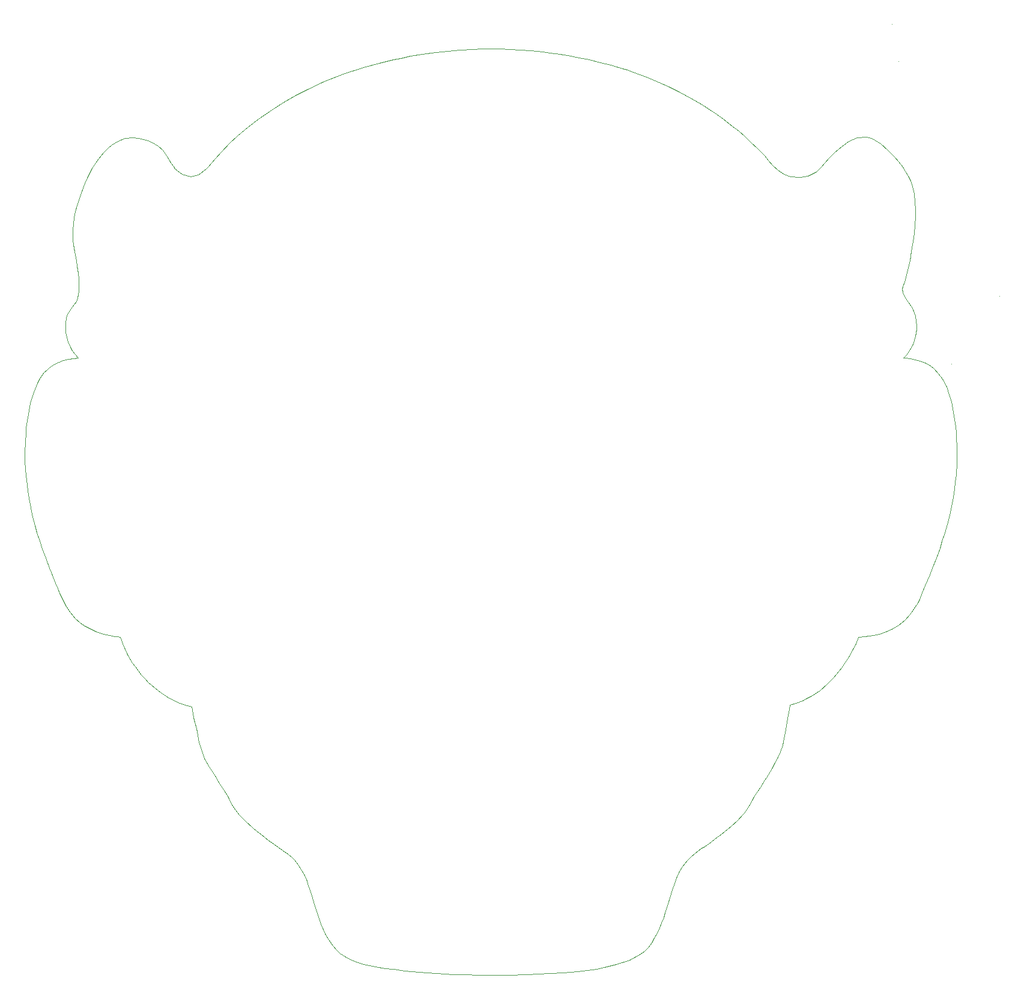
<source format=gm1>
G04 #@! TF.FileFunction,Profile,NP*
%FSLAX46Y46*%
G04 Gerber Fmt 4.6, Leading zero omitted, Abs format (unit mm)*
G04 Created by KiCad (PCBNEW 4.0.4-stable) date 05/15/17 11:58:30*
%MOMM*%
%LPD*%
G01*
G04 APERTURE LIST*
%ADD10C,0.100000*%
G04 APERTURE END LIST*
D10*
X30559502Y-108732331D02*
X30959957Y-108759638D01*
X30218087Y-108695094D02*
X30559502Y-108732331D01*
X29468419Y-108573146D02*
X30218087Y-108695094D01*
X28640741Y-108375135D02*
X29468419Y-108573146D01*
X27594678Y-108021473D02*
X28640741Y-108375135D01*
X26761250Y-107643009D02*
X27594678Y-108021473D01*
X25911712Y-107147402D02*
X26761250Y-107643009D01*
X25328161Y-106725951D02*
X25911712Y-107147402D01*
X24668995Y-106146171D02*
X25328161Y-106725951D01*
X23948318Y-105338112D02*
X24668995Y-106146171D01*
X23383675Y-104512339D02*
X23948318Y-105338112D01*
X22838728Y-103437829D02*
X23383675Y-104512339D01*
X22483223Y-102602931D02*
X22838728Y-103437829D01*
X22214712Y-101971852D02*
X22483223Y-102602931D01*
X21885745Y-101192728D02*
X22214712Y-101971852D01*
X21514916Y-100300179D02*
X21885745Y-101192728D01*
X21255964Y-99664071D02*
X21514916Y-100300179D01*
X21006468Y-99038364D02*
X21255964Y-99664071D01*
X20466729Y-97628884D02*
X21006468Y-99038364D01*
X19994533Y-96311881D02*
X20466729Y-97628884D01*
X19628706Y-95217718D02*
X19994533Y-96311881D01*
X19274027Y-94073888D02*
X19628706Y-95217718D01*
X18990698Y-93081933D02*
X19274027Y-94073888D01*
X18681246Y-91889263D02*
X18990698Y-93081933D01*
X18120341Y-89230137D02*
X18681246Y-91889263D01*
X17938426Y-88101801D02*
X18120341Y-89230137D01*
X17626908Y-85142094D02*
X17938426Y-88101801D01*
X17570045Y-83918141D02*
X17626908Y-85142094D01*
X17555825Y-82771673D02*
X17570045Y-83918141D01*
X17592761Y-81319556D02*
X17555825Y-82771673D01*
X17679353Y-80010456D02*
X17592761Y-81319556D01*
X17741105Y-79351678D02*
X17679353Y-80010456D01*
X17869266Y-78261865D02*
X17741105Y-79351678D01*
X18004518Y-77357608D02*
X17869266Y-78261865D01*
X18314264Y-75808017D02*
X18004518Y-77357608D01*
X18518694Y-75026800D02*
X18314264Y-75808017D01*
X18769418Y-74236173D02*
X18518694Y-75026800D01*
X19280968Y-73005402D02*
X18769418Y-74236173D01*
X19661544Y-72315839D02*
X19280968Y-73005402D01*
X20282504Y-71465514D02*
X19661544Y-72315839D01*
X20642901Y-71086895D02*
X20282504Y-71465514D01*
X21016237Y-70762471D02*
X20642901Y-71086895D01*
X21745093Y-70282849D02*
X21016237Y-70762471D01*
X22386867Y-69986343D02*
X21745093Y-70282849D01*
X22924711Y-69803544D02*
X22386867Y-69986343D01*
X23736822Y-69606512D02*
X22924711Y-69803544D01*
X25093547Y-69385954D02*
X23736822Y-69606512D01*
X24677284Y-68957891D02*
X25093547Y-69385954D01*
X24254237Y-68383221D02*
X24677284Y-68957891D01*
X23990712Y-67930012D02*
X24254237Y-68383221D01*
X23659739Y-67180809D02*
X23990712Y-67930012D01*
X23463502Y-66540489D02*
X23659739Y-67180809D01*
X23324627Y-65818626D02*
X23463502Y-66540489D01*
X23259103Y-64838079D02*
X23324627Y-65818626D01*
X23265437Y-64540631D02*
X23259103Y-64838079D01*
X23359496Y-63776060D02*
X23265437Y-64540631D01*
X23545372Y-63214160D02*
X23359496Y-63776060D01*
X23864108Y-62699510D02*
X23545372Y-63214160D01*
X24231933Y-62271063D02*
X23864108Y-62699510D01*
X24523194Y-61911119D02*
X24231933Y-62271063D01*
X24787701Y-61464627D02*
X24523194Y-61911119D01*
X24978719Y-60949320D02*
X24787701Y-61464627D01*
X25082459Y-60476429D02*
X24978719Y-60949320D01*
X25135214Y-60065208D02*
X25082459Y-60476429D01*
X25169992Y-59372957D02*
X25135214Y-60065208D01*
X25168000Y-58904896D02*
X25169992Y-59372957D01*
X25139262Y-58236963D02*
X25168000Y-58904896D01*
X25075986Y-57524236D02*
X25139262Y-58236963D01*
X24935871Y-56514120D02*
X25075986Y-57524236D01*
X24787605Y-55671919D02*
X24935871Y-56514120D01*
X24557323Y-54417914D02*
X24787605Y-55671919D01*
X24403816Y-53382331D02*
X24557323Y-54417914D01*
X24339819Y-52716947D02*
X24403816Y-53382331D01*
X24309768Y-52064045D02*
X24339819Y-52716947D01*
X24316549Y-51356258D02*
X24309768Y-52064045D01*
X24376358Y-50532056D02*
X24316549Y-51356258D01*
X24500112Y-49646035D02*
X24376358Y-50532056D01*
X24677102Y-48773827D02*
X24500112Y-49646035D01*
X24890335Y-47946518D02*
X24677102Y-48773827D01*
X25140569Y-47126117D02*
X24890335Y-47946518D01*
X25405429Y-46359599D02*
X25140569Y-47126117D01*
X25838790Y-45241999D02*
X25405429Y-46359599D01*
X26042369Y-44759055D02*
X25838790Y-45241999D01*
X26379727Y-44012756D02*
X26042369Y-44759055D01*
X27062330Y-42689951D02*
X26379727Y-44012756D01*
X27511257Y-41942669D02*
X27062330Y-42689951D01*
X27946688Y-41301462D02*
X27511257Y-41942669D01*
X28591660Y-40489371D02*
X27946688Y-41301462D01*
X29264976Y-39800397D02*
X28591660Y-40489371D01*
X29803424Y-39355388D02*
X29264976Y-39800397D01*
X30663802Y-38821652D02*
X29803424Y-39355388D01*
X31646427Y-38453672D02*
X30663802Y-38821652D01*
X32717628Y-38316296D02*
X31646427Y-38453672D01*
X33638986Y-38398542D02*
X32717628Y-38316296D01*
X34896360Y-38783236D02*
X33638986Y-38398542D01*
X35458016Y-39035492D02*
X34896360Y-38783236D01*
X36372118Y-39560437D02*
X35458016Y-39035492D01*
X37001199Y-40137133D02*
X36372118Y-39560437D01*
X37488809Y-40871244D02*
X37001199Y-40137133D01*
X37925428Y-41595464D02*
X37488809Y-40871244D01*
X38144874Y-41917069D02*
X37925428Y-41595464D01*
X38500421Y-42456435D02*
X38144874Y-41917069D01*
X38741481Y-42794881D02*
X38500421Y-42456435D01*
X39731414Y-43559207D02*
X38741481Y-42794881D01*
X40934682Y-43820808D02*
X39731414Y-43559207D01*
X41997103Y-43606086D02*
X40934682Y-43820808D01*
X43094761Y-42774333D02*
X41997103Y-43606086D01*
X43349088Y-42461103D02*
X43094761Y-42774333D01*
X44351195Y-41293672D02*
X43349088Y-42461103D01*
X45210764Y-40365893D02*
X44351195Y-41293672D01*
X46425061Y-39152653D02*
X45210764Y-40365893D01*
X47530031Y-38134230D02*
X46425061Y-39152653D01*
X49041562Y-36854938D02*
X47530031Y-38134230D01*
X50451826Y-35765233D02*
X49041562Y-36854938D01*
X52371728Y-34422313D02*
X50451826Y-35765233D01*
X54032463Y-33376371D02*
X52371728Y-34422313D01*
X55803361Y-32366368D02*
X54032463Y-33376371D01*
X57182990Y-31648161D02*
X55803361Y-32366368D01*
X59639992Y-30504186D02*
X57182990Y-31648161D01*
X62406787Y-29402918D02*
X59639992Y-30504186D01*
X65251462Y-28455068D02*
X62406787Y-29402918D01*
X67480276Y-27830738D02*
X65251462Y-28455068D01*
X67866881Y-27732365D02*
X67480276Y-27830738D01*
X69496636Y-27348443D02*
X67866881Y-27732365D01*
X70497705Y-27136516D02*
X69496636Y-27348443D01*
X71867494Y-26874819D02*
X70497705Y-27136516D01*
X73548447Y-26596618D02*
X71867494Y-26874819D01*
X75446797Y-26336764D02*
X73548447Y-26596618D01*
X77240700Y-26141682D02*
X75446797Y-26336764D01*
X78864738Y-26005492D02*
X77240700Y-26141682D01*
X80812770Y-25890626D02*
X78864738Y-26005492D01*
X81865385Y-25849782D02*
X80812770Y-25890626D01*
X82916122Y-25823409D02*
X81865385Y-25849782D01*
X83256207Y-25817899D02*
X82916122Y-25823409D01*
X84714238Y-25851956D02*
X83256207Y-25817899D01*
X85861442Y-25898208D02*
X84714238Y-25851956D01*
X87481600Y-25993669D02*
X85861442Y-25898208D01*
X88786137Y-26097016D02*
X87481600Y-25993669D01*
X90569844Y-26278051D02*
X88786137Y-26097016D01*
X91572971Y-26400730D02*
X90569844Y-26278051D01*
X92411315Y-26515148D02*
X91572971Y-26400730D01*
X94059147Y-26772605D02*
X92411315Y-26515148D01*
X95707346Y-27074992D02*
X94059147Y-26772605D01*
X97138904Y-27375751D02*
X95707346Y-27074992D01*
X98649329Y-27733324D02*
X97138904Y-27375751D01*
X100156713Y-28133365D02*
X98649329Y-27733324D01*
X101824002Y-28628792D02*
X100156713Y-28133365D01*
X102435366Y-28825018D02*
X101824002Y-28628792D01*
X103305269Y-29118221D02*
X102435366Y-28825018D01*
X105155915Y-29799049D02*
X103305269Y-29118221D01*
X106938008Y-30532618D02*
X105155915Y-29799049D01*
X108260157Y-31129903D02*
X106938008Y-30532618D01*
X109663941Y-31817070D02*
X108260157Y-31129903D01*
X111654604Y-32892799D02*
X109663941Y-31817070D01*
X112870845Y-33613588D02*
X111654604Y-32892799D01*
X114526475Y-34680117D02*
X112870845Y-33613588D01*
X115036157Y-35029762D02*
X114526475Y-34680117D01*
X116023715Y-35737992D02*
X115036157Y-35029762D01*
X117296436Y-36715033D02*
X116023715Y-35737992D01*
X118190557Y-37448752D02*
X117296436Y-36715033D01*
X119059305Y-38202747D02*
X118190557Y-37448752D01*
X119915746Y-38989477D02*
X119059305Y-38202747D01*
X120833827Y-39885884D02*
X119915746Y-38989477D01*
X121833937Y-40933087D02*
X120833827Y-39885884D01*
X122385409Y-41546313D02*
X121833937Y-40933087D01*
X122985270Y-42246192D02*
X122385409Y-41546313D01*
X123691688Y-42931525D02*
X122985270Y-42246192D01*
X124584027Y-43488182D02*
X123691688Y-42931525D01*
X125498743Y-43823050D02*
X124584027Y-43488182D01*
X126828360Y-43971547D02*
X125498743Y-43823050D01*
X127978125Y-43776718D02*
X126828360Y-43971547D01*
X129087986Y-43215612D02*
X127978125Y-43776718D01*
X129858979Y-42458506D02*
X129087986Y-43215612D01*
X130226241Y-41997244D02*
X129858979Y-42458506D01*
X131002993Y-41122589D02*
X130226241Y-41997244D01*
X131755040Y-40381064D02*
X131002993Y-41122589D01*
X132654846Y-39615752D02*
X131755040Y-40381064D01*
X133712178Y-38891075D02*
X132654846Y-39615752D01*
X134894308Y-38348606D02*
X133712178Y-38891075D01*
X136134763Y-38229062D02*
X134894308Y-38348606D01*
X136889581Y-38454821D02*
X136134763Y-38229062D01*
X138172575Y-39200051D02*
X136889581Y-38454821D01*
X139243250Y-40108805D02*
X138172575Y-39200051D01*
X140163614Y-41078955D02*
X139243250Y-40108805D01*
X140737518Y-41774943D02*
X140163614Y-41078955D01*
X141302093Y-42537763D02*
X140737518Y-41774943D01*
X141680170Y-43102282D02*
X141302093Y-42537763D01*
X142106864Y-43813243D02*
X141680170Y-43102282D01*
X142448124Y-44481672D02*
X142106864Y-43813243D01*
X142710643Y-45197437D02*
X142448124Y-44481672D01*
X142918652Y-46298408D02*
X142710643Y-45197437D01*
X143035189Y-47421611D02*
X142918652Y-46298408D01*
X143077579Y-48470954D02*
X143035189Y-47421611D01*
X143072058Y-49389256D02*
X143077579Y-48470954D01*
X142990404Y-50917228D02*
X143072058Y-49389256D01*
X142830322Y-52468738D02*
X142990404Y-50917228D01*
X142696760Y-53435213D02*
X142830322Y-52468738D01*
X142541149Y-54392793D02*
X142696760Y-53435213D01*
X142295682Y-55688469D02*
X142541149Y-54392793D01*
X142085129Y-56662245D02*
X142295682Y-55688469D01*
X141904123Y-57423794D02*
X142085129Y-56662245D01*
X141565078Y-58687896D02*
X141904123Y-57423794D01*
X141342395Y-59372957D02*
X141565078Y-58687896D01*
X141262822Y-59690952D02*
X141342395Y-59372957D01*
X141328472Y-60228616D02*
X141262822Y-59690952D01*
X141611998Y-60803364D02*
X141328472Y-60228616D01*
X141919331Y-61266248D02*
X141611998Y-60803364D01*
X142642277Y-62407239D02*
X141919331Y-61266248D01*
X143075743Y-63486334D02*
X142642277Y-62407239D01*
X143253284Y-64838079D02*
X143075743Y-63486334D01*
X143232207Y-65399282D02*
X143253284Y-64838079D01*
X143086041Y-66384009D02*
X143232207Y-65399282D01*
X142721014Y-67511841D02*
X143086041Y-66384009D01*
X142361244Y-68216703D02*
X142721014Y-67511841D01*
X141978032Y-68780814D02*
X142361244Y-68216703D01*
X141832021Y-68961538D02*
X141978032Y-68780814D01*
X141418839Y-69385954D02*
X141832021Y-68961538D01*
X141768322Y-69437536D02*
X141418839Y-69385954D01*
X142456618Y-69547016D02*
X141768322Y-69437536D01*
X143656544Y-69824213D02*
X142456618Y-69547016D01*
X144437609Y-70118284D02*
X143656544Y-69824213D01*
X145228134Y-70565017D02*
X144437609Y-70118284D01*
X145742321Y-70969328D02*
X145228134Y-70565017D01*
X146345528Y-71602997D02*
X145742321Y-70969328D01*
X146912141Y-72416765D02*
X146345528Y-71602997D01*
X147464052Y-73513275D02*
X146912141Y-72416765D01*
X147851336Y-74558800D02*
X147464052Y-73513275D01*
X148146635Y-75597084D02*
X147851336Y-74558800D01*
X148359980Y-76548054D02*
X148146635Y-75597084D01*
X148630209Y-78166490D02*
X148359980Y-76548054D01*
X148740925Y-79065152D02*
X148630209Y-78166490D01*
X148833062Y-80010456D02*
X148740925Y-79065152D01*
X148889228Y-80765816D02*
X148833062Y-80010456D01*
X148938637Y-81797620D02*
X148889228Y-80765816D01*
X148956667Y-83039368D02*
X148938637Y-81797620D01*
X148928415Y-84319807D02*
X148956667Y-83039368D01*
X148832051Y-85863595D02*
X148928415Y-84319807D01*
X148723383Y-86955930D02*
X148832051Y-85863595D01*
X148601818Y-87907607D02*
X148723383Y-86955930D01*
X148418732Y-89077067D02*
X148601818Y-87907607D01*
X148273103Y-89873732D02*
X148418732Y-89077067D01*
X147990514Y-91215054D02*
X148273103Y-89873732D01*
X147732868Y-92282872D02*
X147990514Y-91215054D01*
X147240705Y-94066018D02*
X147732868Y-92282872D01*
X146860337Y-95289899D02*
X147240705Y-94066018D01*
X146538316Y-96252608D02*
X146860337Y-95289899D01*
X146043389Y-97635026D02*
X146538316Y-96252608D01*
X145487019Y-99086293D02*
X146043389Y-97635026D01*
X145136864Y-99959325D02*
X145487019Y-99086293D01*
X144476742Y-101548927D02*
X145136864Y-99959325D01*
X144060924Y-102528452D02*
X144476742Y-101548927D01*
X143673687Y-103437829D02*
X144060924Y-102528452D01*
X143440516Y-103944019D02*
X143673687Y-103437829D01*
X142357039Y-105603061D02*
X143440516Y-103944019D01*
X141599118Y-106389318D02*
X142357039Y-105603061D01*
X140696147Y-107098174D02*
X141599118Y-106389318D01*
X139907636Y-107574174D02*
X140696147Y-107098174D01*
X138962630Y-108012930D02*
X139907636Y-107574174D01*
X138030400Y-108333302D02*
X138962630Y-108012930D01*
X137169761Y-108545810D02*
X138030400Y-108333302D01*
X136553934Y-108653648D02*
X137169761Y-108545810D01*
X135902883Y-108728901D02*
X136553934Y-108653648D01*
X135064679Y-108759638D02*
X135902883Y-108728901D01*
X134696338Y-109710133D02*
X135064679Y-108759638D01*
X134331530Y-110495279D02*
X134696338Y-109710133D01*
X133736118Y-111585699D02*
X134331530Y-110495279D01*
X132705097Y-113128736D02*
X133736118Y-111585699D01*
X131569546Y-114495361D02*
X132705097Y-113128736D01*
X130691899Y-115374706D02*
X131569546Y-114495361D01*
X129604774Y-116289516D02*
X130691899Y-115374706D01*
X128468912Y-117067133D02*
X129604774Y-116289516D01*
X127754579Y-117472426D02*
X128468912Y-117067133D01*
X127173627Y-117757687D02*
X127754579Y-117472426D01*
X126235376Y-118138876D02*
X127173627Y-117757687D01*
X125433846Y-118390472D02*
X126235376Y-118138876D01*
X125339052Y-118948319D02*
X125433846Y-118390472D01*
X125178728Y-119815168D02*
X125339052Y-118948319D01*
X124703800Y-122284095D02*
X125178728Y-119815168D01*
X124465741Y-123498655D02*
X124703800Y-122284095D01*
X124353015Y-124067893D02*
X124465741Y-123498655D01*
X124046019Y-124974505D02*
X124353015Y-124067893D01*
X123710191Y-125736485D02*
X124046019Y-124974505D01*
X123238843Y-126657146D02*
X123710191Y-125736485D01*
X122844169Y-127354611D02*
X123238843Y-126657146D01*
X122067128Y-128605230D02*
X122844169Y-127354611D01*
X121839870Y-128943893D02*
X122067128Y-128605230D01*
X121221716Y-129938785D02*
X121839870Y-128943893D01*
X120832617Y-130565023D02*
X121221716Y-129938785D01*
X120339665Y-131358408D02*
X120832617Y-130565023D01*
X120139714Y-131680222D02*
X120339665Y-131358408D01*
X119682854Y-132607681D02*
X120139714Y-131680222D01*
X118942952Y-133590271D02*
X119682854Y-132607681D01*
X118735637Y-133836342D02*
X118942952Y-133590271D01*
X118016414Y-134629650D02*
X118735637Y-133836342D01*
X117064513Y-135489789D02*
X118016414Y-134629650D01*
X115717069Y-136589375D02*
X117064513Y-135489789D01*
X114857811Y-137252137D02*
X115717069Y-136589375D01*
X114283332Y-137683232D02*
X114857811Y-137252137D01*
X113369777Y-138350026D02*
X114283332Y-137683232D01*
X112909199Y-138613031D02*
X113369777Y-138350026D01*
X111987461Y-139264843D02*
X112909199Y-138613031D01*
X111420975Y-139766204D02*
X111987461Y-139264843D01*
X110888535Y-140326765D02*
X111420975Y-139766204D01*
X110282311Y-141104549D02*
X110888535Y-140326765D01*
X109853332Y-141784219D02*
X110282311Y-141104549D01*
X109395308Y-142740731D02*
X109853332Y-141784219D01*
X109107594Y-143522997D02*
X109395308Y-142740731D01*
X108793169Y-144443040D02*
X109107594Y-143522997D01*
X108449852Y-145500689D02*
X108793169Y-144443040D01*
X108183921Y-146349535D02*
X108449852Y-145500689D01*
X107788412Y-147656003D02*
X108183921Y-146349535D01*
X107600542Y-148352255D02*
X107788412Y-147656003D01*
X107320643Y-149125701D02*
X107600542Y-148352255D01*
X107056652Y-149741899D02*
X107320643Y-149125701D01*
X106673829Y-150533748D02*
X107056652Y-149741899D01*
X106291572Y-151247082D02*
X106673829Y-150533748D01*
X105914894Y-151889752D02*
X106291572Y-151247082D01*
X105407871Y-152593382D02*
X105914894Y-151889752D01*
X104908049Y-153072627D02*
X105407871Y-152593382D01*
X104285951Y-153531099D02*
X104908049Y-153072627D01*
X102776532Y-154321912D02*
X104285951Y-153531099D01*
X100971610Y-154954806D02*
X102776532Y-154321912D01*
X99278654Y-155369060D02*
X100971610Y-154954806D01*
X98105820Y-155581177D02*
X99278654Y-155369060D01*
X96843960Y-155743877D02*
X98105820Y-155581177D01*
X95433206Y-155920223D02*
X96843960Y-155743877D01*
X93501756Y-156100042D02*
X95433206Y-155920223D01*
X91417820Y-156238298D02*
X93501756Y-156100042D01*
X90005560Y-156307279D02*
X91417820Y-156238298D01*
X88171332Y-156372979D02*
X90005560Y-156307279D01*
X85802957Y-156424461D02*
X88171332Y-156372979D01*
X84521843Y-156438639D02*
X85802957Y-156424461D01*
X83069632Y-156444020D02*
X84521843Y-156438639D01*
X81311946Y-156435501D02*
X83069632Y-156444020D01*
X79916366Y-156415034D02*
X81311946Y-156435501D01*
X77967138Y-156373647D02*
X79916366Y-156415034D01*
X75541061Y-156240865D02*
X77967138Y-156373647D01*
X73154615Y-156044258D02*
X75541061Y-156240865D01*
X71123143Y-155835141D02*
X73154615Y-156044258D01*
X69482289Y-155641201D02*
X71123143Y-155835141D01*
X68330323Y-155491830D02*
X69482289Y-155641201D01*
X67024308Y-155306777D02*
X68330323Y-155491830D01*
X66123140Y-155120973D02*
X67024308Y-155306777D01*
X65268093Y-154899579D02*
X66123140Y-155120973D01*
X64241414Y-154563931D02*
X65268093Y-154899579D01*
X63831470Y-154404221D02*
X64241414Y-154563931D01*
X63059897Y-154052910D02*
X63831470Y-154404221D01*
X62383715Y-153670175D02*
X63059897Y-154052910D01*
X61993853Y-153391693D02*
X62383715Y-153670175D01*
X61515044Y-152920046D02*
X61993853Y-153391693D01*
X60959450Y-152295519D02*
X61515044Y-152920046D01*
X60348038Y-151470041D02*
X60959450Y-152295519D01*
X59951050Y-150806416D02*
X60348038Y-151470041D01*
X59552453Y-149890484D02*
X59951050Y-150806416D01*
X59291567Y-149227889D02*
X59552453Y-149890484D01*
X58861794Y-147996377D02*
X59291567Y-149227889D01*
X58526877Y-146992625D02*
X58861794Y-147996377D01*
X58360723Y-146486322D02*
X58526877Y-146992625D01*
X58174833Y-145914860D02*
X58360723Y-146486322D01*
X57976218Y-145299282D02*
X58174833Y-145914860D01*
X57740238Y-144562033D02*
X57976218Y-145299282D01*
X57434653Y-143598527D02*
X57740238Y-144562033D01*
X57310968Y-143205311D02*
X57434653Y-143598527D01*
X56883028Y-142204462D02*
X57310968Y-143205311D01*
X56091190Y-140917249D02*
X56883028Y-142204462D01*
X55545162Y-140242294D02*
X56091190Y-140917249D01*
X55191732Y-139867451D02*
X55545162Y-140242294D01*
X54696434Y-139417981D02*
X55191732Y-139867451D01*
X53838193Y-138830753D02*
X54696434Y-139417981D01*
X52638695Y-137983794D02*
X53838193Y-138830753D01*
X51811587Y-137377926D02*
X52638695Y-137983794D01*
X50883598Y-136669310D02*
X51811587Y-137377926D01*
X50205812Y-136119457D02*
X50883598Y-136669310D01*
X49682843Y-135692439D02*
X50205812Y-136119457D01*
X48591264Y-134696762D02*
X49682843Y-135692439D01*
X47793669Y-133848364D02*
X48591264Y-134696762D01*
X47238618Y-133165192D02*
X47793669Y-133848364D01*
X46675609Y-132316843D02*
X47238618Y-133165192D01*
X46305188Y-131574293D02*
X46675609Y-132316843D01*
X46135902Y-131234941D02*
X46305188Y-131574293D01*
X45540340Y-130295057D02*
X46135902Y-131234941D01*
X44905847Y-129283548D02*
X45540340Y-130295057D01*
X44350516Y-128394345D02*
X44905847Y-129283548D01*
X43523323Y-127065549D02*
X44350516Y-128394345D01*
X43288282Y-126687118D02*
X43523323Y-127065549D01*
X42874591Y-125915784D02*
X43288282Y-126687118D01*
X42394137Y-124635022D02*
X42874591Y-125915784D01*
X42105975Y-123576525D02*
X42394137Y-124635022D01*
X41825635Y-122175123D02*
X42105975Y-123576525D01*
X41756436Y-121705857D02*
X41825635Y-122175123D01*
X41508584Y-120846603D02*
X41756436Y-121705857D01*
X41360569Y-120162685D02*
X41508584Y-120846603D01*
X41162391Y-119024308D02*
X41360569Y-120162685D01*
X41106728Y-118641498D02*
X41162391Y-119024308D01*
X40166798Y-118378349D02*
X41106728Y-118641498D01*
X39392958Y-118098270D02*
X40166798Y-118378349D01*
X38764283Y-117815631D02*
X39392958Y-118098270D01*
X38395126Y-117612971D02*
X38764283Y-117815631D01*
X37775999Y-117306988D02*
X38395126Y-117612971D01*
X37469042Y-117130521D02*
X37775999Y-117306988D01*
X36677489Y-116607939D02*
X37469042Y-117130521D01*
X35884470Y-115992947D02*
X36677489Y-116607939D01*
X35324963Y-115498108D02*
X35884470Y-115992947D01*
X34994684Y-115194486D02*
X35324963Y-115498108D01*
X34470323Y-114671473D02*
X34994684Y-115194486D01*
X33980059Y-114131802D02*
X34470323Y-114671473D01*
X33498912Y-113544832D02*
X33980059Y-114131802D01*
X33092493Y-112984152D02*
X33498912Y-113544832D01*
X32699027Y-112399088D02*
X33092493Y-112984152D01*
X32347714Y-111820959D02*
X32699027Y-112399088D01*
X32012647Y-111213131D02*
X32347714Y-111820959D01*
X31560447Y-110286398D02*
X32012647Y-111213131D01*
X31311582Y-109709290D02*
X31560447Y-110286398D01*
X31131333Y-109249862D02*
X31311582Y-109709290D01*
X30959957Y-108759638D02*
X31131333Y-109249862D01*
X139773345Y-22332423D02*
X139773345Y-22332423D01*
X139773345Y-22332423D02*
X139773345Y-22332423D01*
X154976653Y-60681543D02*
X154976653Y-60681543D01*
X154976653Y-60681543D02*
X154976653Y-60681543D01*
X148213906Y-70246587D02*
X148213906Y-70246587D01*
X148213906Y-70246587D02*
X148213906Y-70246587D01*
X140718535Y-27615320D02*
X140718535Y-27615320D01*
X140718535Y-27615320D02*
X140718535Y-27615320D01*
M02*

</source>
